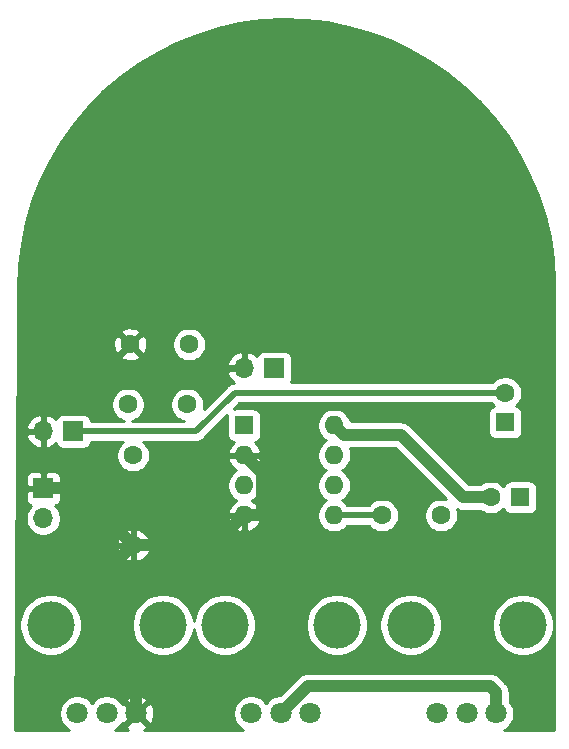
<source format=gbr>
G04 #@! TF.GenerationSoftware,KiCad,Pcbnew,5.1.5-52549c5~84~ubuntu18.04.1*
G04 #@! TF.CreationDate,2020-03-24T23:28:12-05:00*
G04 #@! TF.ProjectId,pass-01,70617373-2d30-4312-9e6b-696361645f70,rev?*
G04 #@! TF.SameCoordinates,Original*
G04 #@! TF.FileFunction,Copper,L1,Top*
G04 #@! TF.FilePolarity,Positive*
%FSLAX46Y46*%
G04 Gerber Fmt 4.6, Leading zero omitted, Abs format (unit mm)*
G04 Created by KiCad (PCBNEW 5.1.5-52549c5~84~ubuntu18.04.1) date 2020-03-24 23:28:12*
%MOMM*%
%LPD*%
G04 APERTURE LIST*
%ADD10R,1.700000X1.700000*%
%ADD11O,1.700000X1.700000*%
%ADD12C,1.600000*%
%ADD13R,1.600000X1.600000*%
%ADD14O,1.600000X1.600000*%
%ADD15C,1.800000*%
%ADD16C,4.000000*%
%ADD17C,1.000000*%
%ADD18C,0.500000*%
%ADD19C,0.254000*%
G04 APERTURE END LIST*
D10*
X154686000Y-85598000D03*
D11*
X152146000Y-85598000D03*
D12*
X147494000Y-83566000D03*
X142494000Y-83566000D03*
X147320000Y-88646000D03*
X142320000Y-88646000D03*
X163830000Y-98044000D03*
X168830000Y-98044000D03*
D10*
X135128000Y-95758000D03*
D11*
X135128000Y-98298000D03*
X135128000Y-90932000D03*
D10*
X137668000Y-90932000D03*
D13*
X152146000Y-90424000D03*
D14*
X159766000Y-98044000D03*
X152146000Y-92964000D03*
X159766000Y-95504000D03*
X152146000Y-95504000D03*
X159766000Y-92964000D03*
X152146000Y-98044000D03*
X159766000Y-90424000D03*
D15*
X168482000Y-114808000D03*
X170982000Y-114808000D03*
X173482000Y-114808000D03*
D16*
X166232000Y-107308000D03*
X175732000Y-107308000D03*
D13*
X174244000Y-90170000D03*
D12*
X174244000Y-87670000D03*
X173014000Y-96520000D03*
D13*
X175514000Y-96520000D03*
D15*
X152734000Y-114808000D03*
X155234000Y-114808000D03*
X157734000Y-114808000D03*
D16*
X150484000Y-107308000D03*
X159984000Y-107308000D03*
X145252000Y-107308000D03*
X135752000Y-107308000D03*
D15*
X143002000Y-114808000D03*
X140502000Y-114808000D03*
X138002000Y-114808000D03*
D12*
X142748000Y-92964000D03*
D14*
X142748000Y-100584000D03*
D17*
X143002000Y-114808000D02*
X143002000Y-110998000D01*
X143002000Y-110998000D02*
X139954000Y-107950000D01*
X139954000Y-103378000D02*
X142748000Y-100584000D01*
X139954000Y-107950000D02*
X139954000Y-103378000D01*
X137922000Y-95758000D02*
X142748000Y-100584000D01*
X135128000Y-95758000D02*
X137922000Y-95758000D01*
X149606000Y-100584000D02*
X152146000Y-98044000D01*
X142748000Y-100584000D02*
X149606000Y-100584000D01*
X152945999Y-93763999D02*
X152146000Y-92964000D01*
X153646001Y-97675369D02*
X153646001Y-94464001D01*
X153277370Y-98044000D02*
X153646001Y-97675369D01*
X153646001Y-94464001D02*
X152945999Y-93763999D01*
X152146000Y-98044000D02*
X153277370Y-98044000D01*
D18*
X144526000Y-85598000D02*
X142494000Y-83566000D01*
X152146000Y-85598000D02*
X144526000Y-85598000D01*
X159766000Y-98044000D02*
X163830000Y-98044000D01*
X148082000Y-90932000D02*
X137668000Y-90932000D01*
X174244000Y-87670000D02*
X151344000Y-87670000D01*
X151344000Y-87670000D02*
X148082000Y-90932000D01*
D17*
X170688000Y-96520000D02*
X173014000Y-96520000D01*
X160565999Y-91223999D02*
X165391999Y-91223999D01*
X165391999Y-91223999D02*
X170688000Y-96520000D01*
X159766000Y-90424000D02*
X160565999Y-91223999D01*
X173482000Y-114808000D02*
X173482000Y-113030000D01*
X173482000Y-113030000D02*
X172974000Y-112522000D01*
X157520000Y-112522000D02*
X155234000Y-114808000D01*
X172974000Y-112522000D02*
X157520000Y-112522000D01*
D19*
G36*
X157285984Y-56087869D02*
G01*
X159136747Y-56293830D01*
X160964411Y-56650747D01*
X162756662Y-57156214D01*
X164501485Y-57806842D01*
X166187133Y-58598252D01*
X167802260Y-59525117D01*
X169336017Y-60581211D01*
X170778065Y-61759414D01*
X172118733Y-63051823D01*
X173348999Y-64449742D01*
X174460582Y-65943765D01*
X175446010Y-67523846D01*
X176298651Y-69179349D01*
X177012779Y-70899163D01*
X177583585Y-72671701D01*
X178007233Y-74485049D01*
X178280873Y-76327010D01*
X178403288Y-78194699D01*
X178410001Y-78744135D01*
X178410000Y-116180000D01*
X174180846Y-116180000D01*
X174209095Y-116168299D01*
X174460505Y-116000312D01*
X174674312Y-115786505D01*
X174842299Y-115535095D01*
X174958011Y-115255743D01*
X175017000Y-114959184D01*
X175017000Y-114656816D01*
X174958011Y-114360257D01*
X174842299Y-114080905D01*
X174674312Y-113829495D01*
X174617000Y-113772183D01*
X174617000Y-113085741D01*
X174622490Y-113029999D01*
X174617000Y-112974257D01*
X174617000Y-112974248D01*
X174600577Y-112807501D01*
X174535676Y-112593553D01*
X174430284Y-112396377D01*
X174288449Y-112223551D01*
X174245135Y-112188004D01*
X173815996Y-111758865D01*
X173780449Y-111715551D01*
X173607623Y-111573716D01*
X173410447Y-111468324D01*
X173196499Y-111403423D01*
X173029752Y-111387000D01*
X173029751Y-111387000D01*
X172974000Y-111381509D01*
X172918249Y-111387000D01*
X157575743Y-111387000D01*
X157519999Y-111381510D01*
X157464255Y-111387000D01*
X157464248Y-111387000D01*
X157318493Y-111401356D01*
X157297500Y-111403423D01*
X157247705Y-111418529D01*
X157083553Y-111468324D01*
X156886377Y-111573716D01*
X156713551Y-111715551D01*
X156678009Y-111758859D01*
X155163869Y-113273000D01*
X155082816Y-113273000D01*
X154786257Y-113331989D01*
X154506905Y-113447701D01*
X154255495Y-113615688D01*
X154041688Y-113829495D01*
X153984000Y-113915831D01*
X153926312Y-113829495D01*
X153712505Y-113615688D01*
X153461095Y-113447701D01*
X153181743Y-113331989D01*
X152885184Y-113273000D01*
X152582816Y-113273000D01*
X152286257Y-113331989D01*
X152006905Y-113447701D01*
X151755495Y-113615688D01*
X151541688Y-113829495D01*
X151373701Y-114080905D01*
X151257989Y-114360257D01*
X151199000Y-114656816D01*
X151199000Y-114959184D01*
X151257989Y-115255743D01*
X151373701Y-115535095D01*
X151541688Y-115786505D01*
X151755495Y-116000312D01*
X152006905Y-116168299D01*
X152035154Y-116180000D01*
X143702256Y-116180000D01*
X143802792Y-116126261D01*
X143886475Y-115872080D01*
X143002000Y-114987605D01*
X142117525Y-115872080D01*
X142201208Y-116126261D01*
X142313109Y-116180000D01*
X141200846Y-116180000D01*
X141229095Y-116168299D01*
X141480505Y-116000312D01*
X141694312Y-115786505D01*
X141789738Y-115643690D01*
X141937920Y-115692475D01*
X142822395Y-114808000D01*
X143181605Y-114808000D01*
X144066080Y-115692475D01*
X144320261Y-115608792D01*
X144451158Y-115336225D01*
X144526365Y-115043358D01*
X144542991Y-114741447D01*
X144500397Y-114442093D01*
X144400222Y-114156801D01*
X144320261Y-114007208D01*
X144066080Y-113923525D01*
X143181605Y-114808000D01*
X142822395Y-114808000D01*
X141937920Y-113923525D01*
X141789738Y-113972310D01*
X141694312Y-113829495D01*
X141608737Y-113743920D01*
X142117525Y-113743920D01*
X143002000Y-114628395D01*
X143886475Y-113743920D01*
X143802792Y-113489739D01*
X143530225Y-113358842D01*
X143237358Y-113283635D01*
X142935447Y-113267009D01*
X142636093Y-113309603D01*
X142350801Y-113409778D01*
X142201208Y-113489739D01*
X142117525Y-113743920D01*
X141608737Y-113743920D01*
X141480505Y-113615688D01*
X141229095Y-113447701D01*
X140949743Y-113331989D01*
X140653184Y-113273000D01*
X140350816Y-113273000D01*
X140054257Y-113331989D01*
X139774905Y-113447701D01*
X139523495Y-113615688D01*
X139309688Y-113829495D01*
X139252000Y-113915831D01*
X139194312Y-113829495D01*
X138980505Y-113615688D01*
X138729095Y-113447701D01*
X138449743Y-113331989D01*
X138153184Y-113273000D01*
X137850816Y-113273000D01*
X137554257Y-113331989D01*
X137274905Y-113447701D01*
X137023495Y-113615688D01*
X136809688Y-113829495D01*
X136641701Y-114080905D01*
X136525989Y-114360257D01*
X136467000Y-114656816D01*
X136467000Y-114959184D01*
X136525989Y-115255743D01*
X136641701Y-115535095D01*
X136809688Y-115786505D01*
X137023495Y-116000312D01*
X137274905Y-116168299D01*
X137303154Y-116180000D01*
X132744414Y-116180000D01*
X132805290Y-107048475D01*
X133117000Y-107048475D01*
X133117000Y-107567525D01*
X133218261Y-108076601D01*
X133416893Y-108556141D01*
X133705262Y-108987715D01*
X134072285Y-109354738D01*
X134503859Y-109643107D01*
X134983399Y-109841739D01*
X135492475Y-109943000D01*
X136011525Y-109943000D01*
X136520601Y-109841739D01*
X137000141Y-109643107D01*
X137431715Y-109354738D01*
X137798738Y-108987715D01*
X138087107Y-108556141D01*
X138285739Y-108076601D01*
X138387000Y-107567525D01*
X138387000Y-107048475D01*
X142617000Y-107048475D01*
X142617000Y-107567525D01*
X142718261Y-108076601D01*
X142916893Y-108556141D01*
X143205262Y-108987715D01*
X143572285Y-109354738D01*
X144003859Y-109643107D01*
X144483399Y-109841739D01*
X144992475Y-109943000D01*
X145511525Y-109943000D01*
X146020601Y-109841739D01*
X146500141Y-109643107D01*
X146931715Y-109354738D01*
X147298738Y-108987715D01*
X147587107Y-108556141D01*
X147785739Y-108076601D01*
X147868000Y-107663045D01*
X147950261Y-108076601D01*
X148148893Y-108556141D01*
X148437262Y-108987715D01*
X148804285Y-109354738D01*
X149235859Y-109643107D01*
X149715399Y-109841739D01*
X150224475Y-109943000D01*
X150743525Y-109943000D01*
X151252601Y-109841739D01*
X151732141Y-109643107D01*
X152163715Y-109354738D01*
X152530738Y-108987715D01*
X152819107Y-108556141D01*
X153017739Y-108076601D01*
X153119000Y-107567525D01*
X153119000Y-107048475D01*
X157349000Y-107048475D01*
X157349000Y-107567525D01*
X157450261Y-108076601D01*
X157648893Y-108556141D01*
X157937262Y-108987715D01*
X158304285Y-109354738D01*
X158735859Y-109643107D01*
X159215399Y-109841739D01*
X159724475Y-109943000D01*
X160243525Y-109943000D01*
X160752601Y-109841739D01*
X161232141Y-109643107D01*
X161663715Y-109354738D01*
X162030738Y-108987715D01*
X162319107Y-108556141D01*
X162517739Y-108076601D01*
X162619000Y-107567525D01*
X162619000Y-107048475D01*
X163597000Y-107048475D01*
X163597000Y-107567525D01*
X163698261Y-108076601D01*
X163896893Y-108556141D01*
X164185262Y-108987715D01*
X164552285Y-109354738D01*
X164983859Y-109643107D01*
X165463399Y-109841739D01*
X165972475Y-109943000D01*
X166491525Y-109943000D01*
X167000601Y-109841739D01*
X167480141Y-109643107D01*
X167911715Y-109354738D01*
X168278738Y-108987715D01*
X168567107Y-108556141D01*
X168765739Y-108076601D01*
X168867000Y-107567525D01*
X168867000Y-107048475D01*
X173097000Y-107048475D01*
X173097000Y-107567525D01*
X173198261Y-108076601D01*
X173396893Y-108556141D01*
X173685262Y-108987715D01*
X174052285Y-109354738D01*
X174483859Y-109643107D01*
X174963399Y-109841739D01*
X175472475Y-109943000D01*
X175991525Y-109943000D01*
X176500601Y-109841739D01*
X176980141Y-109643107D01*
X177411715Y-109354738D01*
X177778738Y-108987715D01*
X178067107Y-108556141D01*
X178265739Y-108076601D01*
X178367000Y-107567525D01*
X178367000Y-107048475D01*
X178265739Y-106539399D01*
X178067107Y-106059859D01*
X177778738Y-105628285D01*
X177411715Y-105261262D01*
X176980141Y-104972893D01*
X176500601Y-104774261D01*
X175991525Y-104673000D01*
X175472475Y-104673000D01*
X174963399Y-104774261D01*
X174483859Y-104972893D01*
X174052285Y-105261262D01*
X173685262Y-105628285D01*
X173396893Y-106059859D01*
X173198261Y-106539399D01*
X173097000Y-107048475D01*
X168867000Y-107048475D01*
X168765739Y-106539399D01*
X168567107Y-106059859D01*
X168278738Y-105628285D01*
X167911715Y-105261262D01*
X167480141Y-104972893D01*
X167000601Y-104774261D01*
X166491525Y-104673000D01*
X165972475Y-104673000D01*
X165463399Y-104774261D01*
X164983859Y-104972893D01*
X164552285Y-105261262D01*
X164185262Y-105628285D01*
X163896893Y-106059859D01*
X163698261Y-106539399D01*
X163597000Y-107048475D01*
X162619000Y-107048475D01*
X162517739Y-106539399D01*
X162319107Y-106059859D01*
X162030738Y-105628285D01*
X161663715Y-105261262D01*
X161232141Y-104972893D01*
X160752601Y-104774261D01*
X160243525Y-104673000D01*
X159724475Y-104673000D01*
X159215399Y-104774261D01*
X158735859Y-104972893D01*
X158304285Y-105261262D01*
X157937262Y-105628285D01*
X157648893Y-106059859D01*
X157450261Y-106539399D01*
X157349000Y-107048475D01*
X153119000Y-107048475D01*
X153017739Y-106539399D01*
X152819107Y-106059859D01*
X152530738Y-105628285D01*
X152163715Y-105261262D01*
X151732141Y-104972893D01*
X151252601Y-104774261D01*
X150743525Y-104673000D01*
X150224475Y-104673000D01*
X149715399Y-104774261D01*
X149235859Y-104972893D01*
X148804285Y-105261262D01*
X148437262Y-105628285D01*
X148148893Y-106059859D01*
X147950261Y-106539399D01*
X147868000Y-106952955D01*
X147785739Y-106539399D01*
X147587107Y-106059859D01*
X147298738Y-105628285D01*
X146931715Y-105261262D01*
X146500141Y-104972893D01*
X146020601Y-104774261D01*
X145511525Y-104673000D01*
X144992475Y-104673000D01*
X144483399Y-104774261D01*
X144003859Y-104972893D01*
X143572285Y-105261262D01*
X143205262Y-105628285D01*
X142916893Y-106059859D01*
X142718261Y-106539399D01*
X142617000Y-107048475D01*
X138387000Y-107048475D01*
X138285739Y-106539399D01*
X138087107Y-106059859D01*
X137798738Y-105628285D01*
X137431715Y-105261262D01*
X137000141Y-104972893D01*
X136520601Y-104774261D01*
X136011525Y-104673000D01*
X135492475Y-104673000D01*
X134983399Y-104774261D01*
X134503859Y-104972893D01*
X134072285Y-105261262D01*
X133705262Y-105628285D01*
X133416893Y-106059859D01*
X133218261Y-106539399D01*
X133117000Y-107048475D01*
X132805290Y-107048475D01*
X132846059Y-100933040D01*
X141356091Y-100933040D01*
X141450930Y-101197881D01*
X141595615Y-101439131D01*
X141784586Y-101647519D01*
X142010580Y-101815037D01*
X142264913Y-101935246D01*
X142398961Y-101975904D01*
X142621000Y-101853915D01*
X142621000Y-100711000D01*
X142875000Y-100711000D01*
X142875000Y-101853915D01*
X143097039Y-101975904D01*
X143231087Y-101935246D01*
X143485420Y-101815037D01*
X143711414Y-101647519D01*
X143900385Y-101439131D01*
X144045070Y-101197881D01*
X144139909Y-100933040D01*
X144018624Y-100711000D01*
X142875000Y-100711000D01*
X142621000Y-100711000D01*
X141477376Y-100711000D01*
X141356091Y-100933040D01*
X132846059Y-100933040D01*
X132850712Y-100234960D01*
X141356091Y-100234960D01*
X141477376Y-100457000D01*
X142621000Y-100457000D01*
X142621000Y-99314085D01*
X142875000Y-99314085D01*
X142875000Y-100457000D01*
X144018624Y-100457000D01*
X144139909Y-100234960D01*
X144045070Y-99970119D01*
X143900385Y-99728869D01*
X143711414Y-99520481D01*
X143485420Y-99352963D01*
X143231087Y-99232754D01*
X143097039Y-99192096D01*
X142875000Y-99314085D01*
X142621000Y-99314085D01*
X142398961Y-99192096D01*
X142264913Y-99232754D01*
X142010580Y-99352963D01*
X141784586Y-99520481D01*
X141595615Y-99728869D01*
X141450930Y-99970119D01*
X141356091Y-100234960D01*
X132850712Y-100234960D01*
X132874893Y-96608000D01*
X133639928Y-96608000D01*
X133652188Y-96732482D01*
X133688498Y-96852180D01*
X133747463Y-96962494D01*
X133826815Y-97059185D01*
X133923506Y-97138537D01*
X134033820Y-97197502D01*
X134106380Y-97219513D01*
X133974525Y-97351368D01*
X133812010Y-97594589D01*
X133700068Y-97864842D01*
X133643000Y-98151740D01*
X133643000Y-98444260D01*
X133700068Y-98731158D01*
X133812010Y-99001411D01*
X133974525Y-99244632D01*
X134181368Y-99451475D01*
X134424589Y-99613990D01*
X134694842Y-99725932D01*
X134981740Y-99783000D01*
X135274260Y-99783000D01*
X135561158Y-99725932D01*
X135831411Y-99613990D01*
X136074632Y-99451475D01*
X136281475Y-99244632D01*
X136443990Y-99001411D01*
X136555932Y-98731158D01*
X136613000Y-98444260D01*
X136613000Y-98393039D01*
X150754096Y-98393039D01*
X150794754Y-98527087D01*
X150914963Y-98781420D01*
X151082481Y-99007414D01*
X151290869Y-99196385D01*
X151532119Y-99341070D01*
X151796960Y-99435909D01*
X152019000Y-99314624D01*
X152019000Y-98171000D01*
X152273000Y-98171000D01*
X152273000Y-99314624D01*
X152495040Y-99435909D01*
X152759881Y-99341070D01*
X153001131Y-99196385D01*
X153209519Y-99007414D01*
X153377037Y-98781420D01*
X153497246Y-98527087D01*
X153537904Y-98393039D01*
X153415915Y-98171000D01*
X152273000Y-98171000D01*
X152019000Y-98171000D01*
X150876085Y-98171000D01*
X150754096Y-98393039D01*
X136613000Y-98393039D01*
X136613000Y-98151740D01*
X136555932Y-97864842D01*
X136443990Y-97594589D01*
X136281475Y-97351368D01*
X136149620Y-97219513D01*
X136222180Y-97197502D01*
X136332494Y-97138537D01*
X136429185Y-97059185D01*
X136508537Y-96962494D01*
X136567502Y-96852180D01*
X136603812Y-96732482D01*
X136616072Y-96608000D01*
X136613000Y-96043750D01*
X136454250Y-95885000D01*
X135255000Y-95885000D01*
X135255000Y-95905000D01*
X135001000Y-95905000D01*
X135001000Y-95885000D01*
X133801750Y-95885000D01*
X133643000Y-96043750D01*
X133639928Y-96608000D01*
X132874893Y-96608000D01*
X132886226Y-94908000D01*
X133639928Y-94908000D01*
X133643000Y-95472250D01*
X133801750Y-95631000D01*
X135001000Y-95631000D01*
X135001000Y-94431750D01*
X135255000Y-94431750D01*
X135255000Y-95631000D01*
X136454250Y-95631000D01*
X136613000Y-95472250D01*
X136613596Y-95362665D01*
X150711000Y-95362665D01*
X150711000Y-95645335D01*
X150766147Y-95922574D01*
X150874320Y-96183727D01*
X151031363Y-96418759D01*
X151231241Y-96618637D01*
X151466273Y-96775680D01*
X151476865Y-96780067D01*
X151290869Y-96891615D01*
X151082481Y-97080586D01*
X150914963Y-97306580D01*
X150794754Y-97560913D01*
X150754096Y-97694961D01*
X150876085Y-97917000D01*
X152019000Y-97917000D01*
X152019000Y-97897000D01*
X152273000Y-97897000D01*
X152273000Y-97917000D01*
X153415915Y-97917000D01*
X153537904Y-97694961D01*
X153497246Y-97560913D01*
X153377037Y-97306580D01*
X153209519Y-97080586D01*
X153001131Y-96891615D01*
X152815135Y-96780067D01*
X152825727Y-96775680D01*
X153060759Y-96618637D01*
X153260637Y-96418759D01*
X153417680Y-96183727D01*
X153525853Y-95922574D01*
X153581000Y-95645335D01*
X153581000Y-95362665D01*
X153525853Y-95085426D01*
X153417680Y-94824273D01*
X153260637Y-94589241D01*
X153060759Y-94389363D01*
X152825727Y-94232320D01*
X152815135Y-94227933D01*
X153001131Y-94116385D01*
X153209519Y-93927414D01*
X153377037Y-93701420D01*
X153497246Y-93447087D01*
X153537904Y-93313039D01*
X153415915Y-93091000D01*
X152273000Y-93091000D01*
X152273000Y-93111000D01*
X152019000Y-93111000D01*
X152019000Y-93091000D01*
X150876085Y-93091000D01*
X150754096Y-93313039D01*
X150794754Y-93447087D01*
X150914963Y-93701420D01*
X151082481Y-93927414D01*
X151290869Y-94116385D01*
X151476865Y-94227933D01*
X151466273Y-94232320D01*
X151231241Y-94389363D01*
X151031363Y-94589241D01*
X150874320Y-94824273D01*
X150766147Y-95085426D01*
X150711000Y-95362665D01*
X136613596Y-95362665D01*
X136616072Y-94908000D01*
X136603812Y-94783518D01*
X136567502Y-94663820D01*
X136508537Y-94553506D01*
X136429185Y-94456815D01*
X136332494Y-94377463D01*
X136222180Y-94318498D01*
X136102482Y-94282188D01*
X135978000Y-94269928D01*
X135413750Y-94273000D01*
X135255000Y-94431750D01*
X135001000Y-94431750D01*
X134842250Y-94273000D01*
X134278000Y-94269928D01*
X134153518Y-94282188D01*
X134033820Y-94318498D01*
X133923506Y-94377463D01*
X133826815Y-94456815D01*
X133747463Y-94553506D01*
X133688498Y-94663820D01*
X133652188Y-94783518D01*
X133639928Y-94908000D01*
X132886226Y-94908000D01*
X132910353Y-91288891D01*
X133686519Y-91288891D01*
X133783843Y-91563252D01*
X133932822Y-91813355D01*
X134127731Y-92029588D01*
X134361080Y-92203641D01*
X134623901Y-92328825D01*
X134771110Y-92373476D01*
X135001000Y-92252155D01*
X135001000Y-91059000D01*
X133807186Y-91059000D01*
X133686519Y-91288891D01*
X132910353Y-91288891D01*
X132915111Y-90575109D01*
X133686519Y-90575109D01*
X133807186Y-90805000D01*
X135001000Y-90805000D01*
X135001000Y-89611845D01*
X135255000Y-89611845D01*
X135255000Y-90805000D01*
X135275000Y-90805000D01*
X135275000Y-91059000D01*
X135255000Y-91059000D01*
X135255000Y-92252155D01*
X135484890Y-92373476D01*
X135632099Y-92328825D01*
X135894920Y-92203641D01*
X136128269Y-92029588D01*
X136204034Y-91945534D01*
X136228498Y-92026180D01*
X136287463Y-92136494D01*
X136366815Y-92233185D01*
X136463506Y-92312537D01*
X136573820Y-92371502D01*
X136693518Y-92407812D01*
X136818000Y-92420072D01*
X138518000Y-92420072D01*
X138642482Y-92407812D01*
X138762180Y-92371502D01*
X138872494Y-92312537D01*
X138969185Y-92233185D01*
X139048537Y-92136494D01*
X139107502Y-92026180D01*
X139143812Y-91906482D01*
X139152625Y-91817000D01*
X141881676Y-91817000D01*
X141833241Y-91849363D01*
X141633363Y-92049241D01*
X141476320Y-92284273D01*
X141368147Y-92545426D01*
X141313000Y-92822665D01*
X141313000Y-93105335D01*
X141368147Y-93382574D01*
X141476320Y-93643727D01*
X141633363Y-93878759D01*
X141833241Y-94078637D01*
X142068273Y-94235680D01*
X142329426Y-94343853D01*
X142606665Y-94399000D01*
X142889335Y-94399000D01*
X143166574Y-94343853D01*
X143427727Y-94235680D01*
X143662759Y-94078637D01*
X143862637Y-93878759D01*
X144019680Y-93643727D01*
X144127853Y-93382574D01*
X144183000Y-93105335D01*
X144183000Y-92822665D01*
X144127853Y-92545426D01*
X144019680Y-92284273D01*
X143862637Y-92049241D01*
X143662759Y-91849363D01*
X143614324Y-91817000D01*
X148038531Y-91817000D01*
X148082000Y-91821281D01*
X148125469Y-91817000D01*
X148125477Y-91817000D01*
X148255490Y-91804195D01*
X148422313Y-91753589D01*
X148576059Y-91671411D01*
X148710817Y-91560817D01*
X148738534Y-91527044D01*
X150715177Y-89550402D01*
X150707928Y-89624000D01*
X150707928Y-91224000D01*
X150720188Y-91348482D01*
X150756498Y-91468180D01*
X150815463Y-91578494D01*
X150894815Y-91675185D01*
X150991506Y-91754537D01*
X151101820Y-91813502D01*
X151221518Y-91849812D01*
X151246080Y-91852231D01*
X151082481Y-92000586D01*
X150914963Y-92226580D01*
X150794754Y-92480913D01*
X150754096Y-92614961D01*
X150876085Y-92837000D01*
X152019000Y-92837000D01*
X152019000Y-92817000D01*
X152273000Y-92817000D01*
X152273000Y-92837000D01*
X153415915Y-92837000D01*
X153537904Y-92614961D01*
X153497246Y-92480913D01*
X153377037Y-92226580D01*
X153209519Y-92000586D01*
X153045920Y-91852231D01*
X153070482Y-91849812D01*
X153190180Y-91813502D01*
X153300494Y-91754537D01*
X153397185Y-91675185D01*
X153476537Y-91578494D01*
X153535502Y-91468180D01*
X153571812Y-91348482D01*
X153584072Y-91224000D01*
X153584072Y-90282665D01*
X158331000Y-90282665D01*
X158331000Y-90565335D01*
X158386147Y-90842574D01*
X158494320Y-91103727D01*
X158651363Y-91338759D01*
X158851241Y-91538637D01*
X159083759Y-91694000D01*
X158851241Y-91849363D01*
X158651363Y-92049241D01*
X158494320Y-92284273D01*
X158386147Y-92545426D01*
X158331000Y-92822665D01*
X158331000Y-93105335D01*
X158386147Y-93382574D01*
X158494320Y-93643727D01*
X158651363Y-93878759D01*
X158851241Y-94078637D01*
X159083759Y-94234000D01*
X158851241Y-94389363D01*
X158651363Y-94589241D01*
X158494320Y-94824273D01*
X158386147Y-95085426D01*
X158331000Y-95362665D01*
X158331000Y-95645335D01*
X158386147Y-95922574D01*
X158494320Y-96183727D01*
X158651363Y-96418759D01*
X158851241Y-96618637D01*
X159083759Y-96774000D01*
X158851241Y-96929363D01*
X158651363Y-97129241D01*
X158494320Y-97364273D01*
X158386147Y-97625426D01*
X158331000Y-97902665D01*
X158331000Y-98185335D01*
X158386147Y-98462574D01*
X158494320Y-98723727D01*
X158651363Y-98958759D01*
X158851241Y-99158637D01*
X159086273Y-99315680D01*
X159347426Y-99423853D01*
X159624665Y-99479000D01*
X159907335Y-99479000D01*
X160184574Y-99423853D01*
X160445727Y-99315680D01*
X160680759Y-99158637D01*
X160880637Y-98958759D01*
X160900521Y-98929000D01*
X162695479Y-98929000D01*
X162715363Y-98958759D01*
X162915241Y-99158637D01*
X163150273Y-99315680D01*
X163411426Y-99423853D01*
X163688665Y-99479000D01*
X163971335Y-99479000D01*
X164248574Y-99423853D01*
X164509727Y-99315680D01*
X164744759Y-99158637D01*
X164944637Y-98958759D01*
X165101680Y-98723727D01*
X165209853Y-98462574D01*
X165265000Y-98185335D01*
X165265000Y-97902665D01*
X165209853Y-97625426D01*
X165101680Y-97364273D01*
X164944637Y-97129241D01*
X164744759Y-96929363D01*
X164509727Y-96772320D01*
X164248574Y-96664147D01*
X163971335Y-96609000D01*
X163688665Y-96609000D01*
X163411426Y-96664147D01*
X163150273Y-96772320D01*
X162915241Y-96929363D01*
X162715363Y-97129241D01*
X162695479Y-97159000D01*
X160900521Y-97159000D01*
X160880637Y-97129241D01*
X160680759Y-96929363D01*
X160448241Y-96774000D01*
X160680759Y-96618637D01*
X160880637Y-96418759D01*
X161037680Y-96183727D01*
X161145853Y-95922574D01*
X161201000Y-95645335D01*
X161201000Y-95362665D01*
X161145853Y-95085426D01*
X161037680Y-94824273D01*
X160880637Y-94589241D01*
X160680759Y-94389363D01*
X160448241Y-94234000D01*
X160680759Y-94078637D01*
X160880637Y-93878759D01*
X161037680Y-93643727D01*
X161145853Y-93382574D01*
X161201000Y-93105335D01*
X161201000Y-92822665D01*
X161145853Y-92545426D01*
X161068632Y-92358999D01*
X164921868Y-92358999D01*
X169221662Y-96658794D01*
X168971335Y-96609000D01*
X168688665Y-96609000D01*
X168411426Y-96664147D01*
X168150273Y-96772320D01*
X167915241Y-96929363D01*
X167715363Y-97129241D01*
X167558320Y-97364273D01*
X167450147Y-97625426D01*
X167395000Y-97902665D01*
X167395000Y-98185335D01*
X167450147Y-98462574D01*
X167558320Y-98723727D01*
X167715363Y-98958759D01*
X167915241Y-99158637D01*
X168150273Y-99315680D01*
X168411426Y-99423853D01*
X168688665Y-99479000D01*
X168971335Y-99479000D01*
X169248574Y-99423853D01*
X169509727Y-99315680D01*
X169744759Y-99158637D01*
X169944637Y-98958759D01*
X170101680Y-98723727D01*
X170209853Y-98462574D01*
X170265000Y-98185335D01*
X170265000Y-97902665D01*
X170209853Y-97625426D01*
X170170464Y-97530334D01*
X170251553Y-97573676D01*
X170465501Y-97638577D01*
X170632248Y-97655000D01*
X170632257Y-97655000D01*
X170687999Y-97660490D01*
X170743741Y-97655000D01*
X172129716Y-97655000D01*
X172334273Y-97791680D01*
X172595426Y-97899853D01*
X172872665Y-97955000D01*
X173155335Y-97955000D01*
X173432574Y-97899853D01*
X173693727Y-97791680D01*
X173928759Y-97634637D01*
X174095339Y-97468057D01*
X174124498Y-97564180D01*
X174183463Y-97674494D01*
X174262815Y-97771185D01*
X174359506Y-97850537D01*
X174469820Y-97909502D01*
X174589518Y-97945812D01*
X174714000Y-97958072D01*
X176314000Y-97958072D01*
X176438482Y-97945812D01*
X176558180Y-97909502D01*
X176668494Y-97850537D01*
X176765185Y-97771185D01*
X176844537Y-97674494D01*
X176903502Y-97564180D01*
X176939812Y-97444482D01*
X176952072Y-97320000D01*
X176952072Y-95720000D01*
X176939812Y-95595518D01*
X176903502Y-95475820D01*
X176844537Y-95365506D01*
X176765185Y-95268815D01*
X176668494Y-95189463D01*
X176558180Y-95130498D01*
X176438482Y-95094188D01*
X176314000Y-95081928D01*
X174714000Y-95081928D01*
X174589518Y-95094188D01*
X174469820Y-95130498D01*
X174359506Y-95189463D01*
X174262815Y-95268815D01*
X174183463Y-95365506D01*
X174124498Y-95475820D01*
X174095339Y-95571943D01*
X173928759Y-95405363D01*
X173693727Y-95248320D01*
X173432574Y-95140147D01*
X173155335Y-95085000D01*
X172872665Y-95085000D01*
X172595426Y-95140147D01*
X172334273Y-95248320D01*
X172129716Y-95385000D01*
X171158132Y-95385000D01*
X166233995Y-90460864D01*
X166198448Y-90417550D01*
X166025622Y-90275715D01*
X165828446Y-90170323D01*
X165614498Y-90105422D01*
X165447751Y-90088999D01*
X165447750Y-90088999D01*
X165391999Y-90083508D01*
X165336248Y-90088999D01*
X161162477Y-90088999D01*
X161145853Y-90005426D01*
X161037680Y-89744273D01*
X160880637Y-89509241D01*
X160680759Y-89309363D01*
X160445727Y-89152320D01*
X160184574Y-89044147D01*
X159907335Y-88989000D01*
X159624665Y-88989000D01*
X159347426Y-89044147D01*
X159086273Y-89152320D01*
X158851241Y-89309363D01*
X158651363Y-89509241D01*
X158494320Y-89744273D01*
X158386147Y-90005426D01*
X158331000Y-90282665D01*
X153584072Y-90282665D01*
X153584072Y-89624000D01*
X153571812Y-89499518D01*
X153535502Y-89379820D01*
X153476537Y-89269506D01*
X153397185Y-89172815D01*
X153300494Y-89093463D01*
X153190180Y-89034498D01*
X153070482Y-88998188D01*
X152946000Y-88985928D01*
X151346000Y-88985928D01*
X151272402Y-88993177D01*
X151710579Y-88555000D01*
X173109479Y-88555000D01*
X173129363Y-88584759D01*
X173295943Y-88751339D01*
X173199820Y-88780498D01*
X173089506Y-88839463D01*
X172992815Y-88918815D01*
X172913463Y-89015506D01*
X172854498Y-89125820D01*
X172818188Y-89245518D01*
X172805928Y-89370000D01*
X172805928Y-90970000D01*
X172818188Y-91094482D01*
X172854498Y-91214180D01*
X172913463Y-91324494D01*
X172992815Y-91421185D01*
X173089506Y-91500537D01*
X173199820Y-91559502D01*
X173319518Y-91595812D01*
X173444000Y-91608072D01*
X175044000Y-91608072D01*
X175168482Y-91595812D01*
X175288180Y-91559502D01*
X175398494Y-91500537D01*
X175495185Y-91421185D01*
X175574537Y-91324494D01*
X175633502Y-91214180D01*
X175669812Y-91094482D01*
X175682072Y-90970000D01*
X175682072Y-89370000D01*
X175669812Y-89245518D01*
X175633502Y-89125820D01*
X175574537Y-89015506D01*
X175495185Y-88918815D01*
X175398494Y-88839463D01*
X175288180Y-88780498D01*
X175192057Y-88751339D01*
X175358637Y-88584759D01*
X175515680Y-88349727D01*
X175623853Y-88088574D01*
X175679000Y-87811335D01*
X175679000Y-87528665D01*
X175623853Y-87251426D01*
X175515680Y-86990273D01*
X175358637Y-86755241D01*
X175158759Y-86555363D01*
X174923727Y-86398320D01*
X174662574Y-86290147D01*
X174385335Y-86235000D01*
X174102665Y-86235000D01*
X173825426Y-86290147D01*
X173564273Y-86398320D01*
X173329241Y-86555363D01*
X173129363Y-86755241D01*
X173109479Y-86785000D01*
X156075888Y-86785000D01*
X156125502Y-86692180D01*
X156161812Y-86572482D01*
X156174072Y-86448000D01*
X156174072Y-84748000D01*
X156161812Y-84623518D01*
X156125502Y-84503820D01*
X156066537Y-84393506D01*
X155987185Y-84296815D01*
X155890494Y-84217463D01*
X155780180Y-84158498D01*
X155660482Y-84122188D01*
X155536000Y-84109928D01*
X153836000Y-84109928D01*
X153711518Y-84122188D01*
X153591820Y-84158498D01*
X153481506Y-84217463D01*
X153384815Y-84296815D01*
X153305463Y-84393506D01*
X153246498Y-84503820D01*
X153222034Y-84584466D01*
X153146269Y-84500412D01*
X152912920Y-84326359D01*
X152650099Y-84201175D01*
X152502890Y-84156524D01*
X152273000Y-84277845D01*
X152273000Y-85471000D01*
X152293000Y-85471000D01*
X152293000Y-85725000D01*
X152273000Y-85725000D01*
X152273000Y-85745000D01*
X152019000Y-85745000D01*
X152019000Y-85725000D01*
X150825186Y-85725000D01*
X150704519Y-85954891D01*
X150801843Y-86229252D01*
X150950822Y-86479355D01*
X151145731Y-86695588D01*
X151269677Y-86788038D01*
X151170510Y-86797805D01*
X151003686Y-86848411D01*
X150849941Y-86930589D01*
X150748953Y-87013468D01*
X150748951Y-87013470D01*
X150715183Y-87041183D01*
X150687470Y-87074951D01*
X148700351Y-89062071D01*
X148755000Y-88787335D01*
X148755000Y-88504665D01*
X148699853Y-88227426D01*
X148591680Y-87966273D01*
X148434637Y-87731241D01*
X148234759Y-87531363D01*
X147999727Y-87374320D01*
X147738574Y-87266147D01*
X147461335Y-87211000D01*
X147178665Y-87211000D01*
X146901426Y-87266147D01*
X146640273Y-87374320D01*
X146405241Y-87531363D01*
X146205363Y-87731241D01*
X146048320Y-87966273D01*
X145940147Y-88227426D01*
X145885000Y-88504665D01*
X145885000Y-88787335D01*
X145940147Y-89064574D01*
X146048320Y-89325727D01*
X146205363Y-89560759D01*
X146405241Y-89760637D01*
X146640273Y-89917680D01*
X146901426Y-90025853D01*
X147007738Y-90047000D01*
X142632262Y-90047000D01*
X142738574Y-90025853D01*
X142999727Y-89917680D01*
X143234759Y-89760637D01*
X143434637Y-89560759D01*
X143591680Y-89325727D01*
X143699853Y-89064574D01*
X143755000Y-88787335D01*
X143755000Y-88504665D01*
X143699853Y-88227426D01*
X143591680Y-87966273D01*
X143434637Y-87731241D01*
X143234759Y-87531363D01*
X142999727Y-87374320D01*
X142738574Y-87266147D01*
X142461335Y-87211000D01*
X142178665Y-87211000D01*
X141901426Y-87266147D01*
X141640273Y-87374320D01*
X141405241Y-87531363D01*
X141205363Y-87731241D01*
X141048320Y-87966273D01*
X140940147Y-88227426D01*
X140885000Y-88504665D01*
X140885000Y-88787335D01*
X140940147Y-89064574D01*
X141048320Y-89325727D01*
X141205363Y-89560759D01*
X141405241Y-89760637D01*
X141640273Y-89917680D01*
X141901426Y-90025853D01*
X142007738Y-90047000D01*
X139152625Y-90047000D01*
X139143812Y-89957518D01*
X139107502Y-89837820D01*
X139048537Y-89727506D01*
X138969185Y-89630815D01*
X138872494Y-89551463D01*
X138762180Y-89492498D01*
X138642482Y-89456188D01*
X138518000Y-89443928D01*
X136818000Y-89443928D01*
X136693518Y-89456188D01*
X136573820Y-89492498D01*
X136463506Y-89551463D01*
X136366815Y-89630815D01*
X136287463Y-89727506D01*
X136228498Y-89837820D01*
X136204034Y-89918466D01*
X136128269Y-89834412D01*
X135894920Y-89660359D01*
X135632099Y-89535175D01*
X135484890Y-89490524D01*
X135255000Y-89611845D01*
X135001000Y-89611845D01*
X134771110Y-89490524D01*
X134623901Y-89535175D01*
X134361080Y-89660359D01*
X134127731Y-89834412D01*
X133932822Y-90050645D01*
X133783843Y-90300748D01*
X133686519Y-90575109D01*
X132915111Y-90575109D01*
X132950670Y-85241109D01*
X150704519Y-85241109D01*
X150825186Y-85471000D01*
X152019000Y-85471000D01*
X152019000Y-84277845D01*
X151789110Y-84156524D01*
X151641901Y-84201175D01*
X151379080Y-84326359D01*
X151145731Y-84500412D01*
X150950822Y-84716645D01*
X150801843Y-84966748D01*
X150704519Y-85241109D01*
X132950670Y-85241109D01*
X132955220Y-84558702D01*
X141680903Y-84558702D01*
X141752486Y-84802671D01*
X142007996Y-84923571D01*
X142282184Y-84992300D01*
X142564512Y-85006217D01*
X142844130Y-84964787D01*
X143110292Y-84869603D01*
X143235514Y-84802671D01*
X143307097Y-84558702D01*
X142494000Y-83745605D01*
X141680903Y-84558702D01*
X132955220Y-84558702D01*
X132961369Y-83636512D01*
X141053783Y-83636512D01*
X141095213Y-83916130D01*
X141190397Y-84182292D01*
X141257329Y-84307514D01*
X141501298Y-84379097D01*
X142314395Y-83566000D01*
X142673605Y-83566000D01*
X143486702Y-84379097D01*
X143730671Y-84307514D01*
X143851571Y-84052004D01*
X143920300Y-83777816D01*
X143934217Y-83495488D01*
X143923724Y-83424665D01*
X146059000Y-83424665D01*
X146059000Y-83707335D01*
X146114147Y-83984574D01*
X146222320Y-84245727D01*
X146379363Y-84480759D01*
X146579241Y-84680637D01*
X146814273Y-84837680D01*
X147075426Y-84945853D01*
X147352665Y-85001000D01*
X147635335Y-85001000D01*
X147912574Y-84945853D01*
X148173727Y-84837680D01*
X148408759Y-84680637D01*
X148608637Y-84480759D01*
X148765680Y-84245727D01*
X148873853Y-83984574D01*
X148929000Y-83707335D01*
X148929000Y-83424665D01*
X148873853Y-83147426D01*
X148765680Y-82886273D01*
X148608637Y-82651241D01*
X148408759Y-82451363D01*
X148173727Y-82294320D01*
X147912574Y-82186147D01*
X147635335Y-82131000D01*
X147352665Y-82131000D01*
X147075426Y-82186147D01*
X146814273Y-82294320D01*
X146579241Y-82451363D01*
X146379363Y-82651241D01*
X146222320Y-82886273D01*
X146114147Y-83147426D01*
X146059000Y-83424665D01*
X143923724Y-83424665D01*
X143892787Y-83215870D01*
X143797603Y-82949708D01*
X143730671Y-82824486D01*
X143486702Y-82752903D01*
X142673605Y-83566000D01*
X142314395Y-83566000D01*
X141501298Y-82752903D01*
X141257329Y-82824486D01*
X141136429Y-83079996D01*
X141067700Y-83354184D01*
X141053783Y-83636512D01*
X132961369Y-83636512D01*
X132968457Y-82573298D01*
X141680903Y-82573298D01*
X142494000Y-83386395D01*
X143307097Y-82573298D01*
X143235514Y-82329329D01*
X142980004Y-82208429D01*
X142705816Y-82139700D01*
X142423488Y-82125783D01*
X142143870Y-82167213D01*
X141877708Y-82262397D01*
X141752486Y-82329329D01*
X141680903Y-82573298D01*
X132968457Y-82573298D01*
X132993909Y-78755752D01*
X133070912Y-76879385D01*
X133299467Y-75031287D01*
X133678686Y-73208121D01*
X134206012Y-71422175D01*
X134877912Y-69685421D01*
X135689854Y-68009575D01*
X136636384Y-66405888D01*
X137711129Y-64885160D01*
X138906868Y-63457608D01*
X140215564Y-62132823D01*
X141628406Y-60919731D01*
X143135893Y-59826486D01*
X144727895Y-58860436D01*
X146393694Y-58028084D01*
X148122094Y-57335023D01*
X149901479Y-56785912D01*
X151719878Y-56384447D01*
X153565049Y-56133331D01*
X155424586Y-56034250D01*
X157285984Y-56087869D01*
G37*
X157285984Y-56087869D02*
X159136747Y-56293830D01*
X160964411Y-56650747D01*
X162756662Y-57156214D01*
X164501485Y-57806842D01*
X166187133Y-58598252D01*
X167802260Y-59525117D01*
X169336017Y-60581211D01*
X170778065Y-61759414D01*
X172118733Y-63051823D01*
X173348999Y-64449742D01*
X174460582Y-65943765D01*
X175446010Y-67523846D01*
X176298651Y-69179349D01*
X177012779Y-70899163D01*
X177583585Y-72671701D01*
X178007233Y-74485049D01*
X178280873Y-76327010D01*
X178403288Y-78194699D01*
X178410001Y-78744135D01*
X178410000Y-116180000D01*
X174180846Y-116180000D01*
X174209095Y-116168299D01*
X174460505Y-116000312D01*
X174674312Y-115786505D01*
X174842299Y-115535095D01*
X174958011Y-115255743D01*
X175017000Y-114959184D01*
X175017000Y-114656816D01*
X174958011Y-114360257D01*
X174842299Y-114080905D01*
X174674312Y-113829495D01*
X174617000Y-113772183D01*
X174617000Y-113085741D01*
X174622490Y-113029999D01*
X174617000Y-112974257D01*
X174617000Y-112974248D01*
X174600577Y-112807501D01*
X174535676Y-112593553D01*
X174430284Y-112396377D01*
X174288449Y-112223551D01*
X174245135Y-112188004D01*
X173815996Y-111758865D01*
X173780449Y-111715551D01*
X173607623Y-111573716D01*
X173410447Y-111468324D01*
X173196499Y-111403423D01*
X173029752Y-111387000D01*
X173029751Y-111387000D01*
X172974000Y-111381509D01*
X172918249Y-111387000D01*
X157575743Y-111387000D01*
X157519999Y-111381510D01*
X157464255Y-111387000D01*
X157464248Y-111387000D01*
X157318493Y-111401356D01*
X157297500Y-111403423D01*
X157247705Y-111418529D01*
X157083553Y-111468324D01*
X156886377Y-111573716D01*
X156713551Y-111715551D01*
X156678009Y-111758859D01*
X155163869Y-113273000D01*
X155082816Y-113273000D01*
X154786257Y-113331989D01*
X154506905Y-113447701D01*
X154255495Y-113615688D01*
X154041688Y-113829495D01*
X153984000Y-113915831D01*
X153926312Y-113829495D01*
X153712505Y-113615688D01*
X153461095Y-113447701D01*
X153181743Y-113331989D01*
X152885184Y-113273000D01*
X152582816Y-113273000D01*
X152286257Y-113331989D01*
X152006905Y-113447701D01*
X151755495Y-113615688D01*
X151541688Y-113829495D01*
X151373701Y-114080905D01*
X151257989Y-114360257D01*
X151199000Y-114656816D01*
X151199000Y-114959184D01*
X151257989Y-115255743D01*
X151373701Y-115535095D01*
X151541688Y-115786505D01*
X151755495Y-116000312D01*
X152006905Y-116168299D01*
X152035154Y-116180000D01*
X143702256Y-116180000D01*
X143802792Y-116126261D01*
X143886475Y-115872080D01*
X143002000Y-114987605D01*
X142117525Y-115872080D01*
X142201208Y-116126261D01*
X142313109Y-116180000D01*
X141200846Y-116180000D01*
X141229095Y-116168299D01*
X141480505Y-116000312D01*
X141694312Y-115786505D01*
X141789738Y-115643690D01*
X141937920Y-115692475D01*
X142822395Y-114808000D01*
X143181605Y-114808000D01*
X144066080Y-115692475D01*
X144320261Y-115608792D01*
X144451158Y-115336225D01*
X144526365Y-115043358D01*
X144542991Y-114741447D01*
X144500397Y-114442093D01*
X144400222Y-114156801D01*
X144320261Y-114007208D01*
X144066080Y-113923525D01*
X143181605Y-114808000D01*
X142822395Y-114808000D01*
X141937920Y-113923525D01*
X141789738Y-113972310D01*
X141694312Y-113829495D01*
X141608737Y-113743920D01*
X142117525Y-113743920D01*
X143002000Y-114628395D01*
X143886475Y-113743920D01*
X143802792Y-113489739D01*
X143530225Y-113358842D01*
X143237358Y-113283635D01*
X142935447Y-113267009D01*
X142636093Y-113309603D01*
X142350801Y-113409778D01*
X142201208Y-113489739D01*
X142117525Y-113743920D01*
X141608737Y-113743920D01*
X141480505Y-113615688D01*
X141229095Y-113447701D01*
X140949743Y-113331989D01*
X140653184Y-113273000D01*
X140350816Y-113273000D01*
X140054257Y-113331989D01*
X139774905Y-113447701D01*
X139523495Y-113615688D01*
X139309688Y-113829495D01*
X139252000Y-113915831D01*
X139194312Y-113829495D01*
X138980505Y-113615688D01*
X138729095Y-113447701D01*
X138449743Y-113331989D01*
X138153184Y-113273000D01*
X137850816Y-113273000D01*
X137554257Y-113331989D01*
X137274905Y-113447701D01*
X137023495Y-113615688D01*
X136809688Y-113829495D01*
X136641701Y-114080905D01*
X136525989Y-114360257D01*
X136467000Y-114656816D01*
X136467000Y-114959184D01*
X136525989Y-115255743D01*
X136641701Y-115535095D01*
X136809688Y-115786505D01*
X137023495Y-116000312D01*
X137274905Y-116168299D01*
X137303154Y-116180000D01*
X132744414Y-116180000D01*
X132805290Y-107048475D01*
X133117000Y-107048475D01*
X133117000Y-107567525D01*
X133218261Y-108076601D01*
X133416893Y-108556141D01*
X133705262Y-108987715D01*
X134072285Y-109354738D01*
X134503859Y-109643107D01*
X134983399Y-109841739D01*
X135492475Y-109943000D01*
X136011525Y-109943000D01*
X136520601Y-109841739D01*
X137000141Y-109643107D01*
X137431715Y-109354738D01*
X137798738Y-108987715D01*
X138087107Y-108556141D01*
X138285739Y-108076601D01*
X138387000Y-107567525D01*
X138387000Y-107048475D01*
X142617000Y-107048475D01*
X142617000Y-107567525D01*
X142718261Y-108076601D01*
X142916893Y-108556141D01*
X143205262Y-108987715D01*
X143572285Y-109354738D01*
X144003859Y-109643107D01*
X144483399Y-109841739D01*
X144992475Y-109943000D01*
X145511525Y-109943000D01*
X146020601Y-109841739D01*
X146500141Y-109643107D01*
X146931715Y-109354738D01*
X147298738Y-108987715D01*
X147587107Y-108556141D01*
X147785739Y-108076601D01*
X147868000Y-107663045D01*
X147950261Y-108076601D01*
X148148893Y-108556141D01*
X148437262Y-108987715D01*
X148804285Y-109354738D01*
X149235859Y-109643107D01*
X149715399Y-109841739D01*
X150224475Y-109943000D01*
X150743525Y-109943000D01*
X151252601Y-109841739D01*
X151732141Y-109643107D01*
X152163715Y-109354738D01*
X152530738Y-108987715D01*
X152819107Y-108556141D01*
X153017739Y-108076601D01*
X153119000Y-107567525D01*
X153119000Y-107048475D01*
X157349000Y-107048475D01*
X157349000Y-107567525D01*
X157450261Y-108076601D01*
X157648893Y-108556141D01*
X157937262Y-108987715D01*
X158304285Y-109354738D01*
X158735859Y-109643107D01*
X159215399Y-109841739D01*
X159724475Y-109943000D01*
X160243525Y-109943000D01*
X160752601Y-109841739D01*
X161232141Y-109643107D01*
X161663715Y-109354738D01*
X162030738Y-108987715D01*
X162319107Y-108556141D01*
X162517739Y-108076601D01*
X162619000Y-107567525D01*
X162619000Y-107048475D01*
X163597000Y-107048475D01*
X163597000Y-107567525D01*
X163698261Y-108076601D01*
X163896893Y-108556141D01*
X164185262Y-108987715D01*
X164552285Y-109354738D01*
X164983859Y-109643107D01*
X165463399Y-109841739D01*
X165972475Y-109943000D01*
X166491525Y-109943000D01*
X167000601Y-109841739D01*
X167480141Y-109643107D01*
X167911715Y-109354738D01*
X168278738Y-108987715D01*
X168567107Y-108556141D01*
X168765739Y-108076601D01*
X168867000Y-107567525D01*
X168867000Y-107048475D01*
X173097000Y-107048475D01*
X173097000Y-107567525D01*
X173198261Y-108076601D01*
X173396893Y-108556141D01*
X173685262Y-108987715D01*
X174052285Y-109354738D01*
X174483859Y-109643107D01*
X174963399Y-109841739D01*
X175472475Y-109943000D01*
X175991525Y-109943000D01*
X176500601Y-109841739D01*
X176980141Y-109643107D01*
X177411715Y-109354738D01*
X177778738Y-108987715D01*
X178067107Y-108556141D01*
X178265739Y-108076601D01*
X178367000Y-107567525D01*
X178367000Y-107048475D01*
X178265739Y-106539399D01*
X178067107Y-106059859D01*
X177778738Y-105628285D01*
X177411715Y-105261262D01*
X176980141Y-104972893D01*
X176500601Y-104774261D01*
X175991525Y-104673000D01*
X175472475Y-104673000D01*
X174963399Y-104774261D01*
X174483859Y-104972893D01*
X174052285Y-105261262D01*
X173685262Y-105628285D01*
X173396893Y-106059859D01*
X173198261Y-106539399D01*
X173097000Y-107048475D01*
X168867000Y-107048475D01*
X168765739Y-106539399D01*
X168567107Y-106059859D01*
X168278738Y-105628285D01*
X167911715Y-105261262D01*
X167480141Y-104972893D01*
X167000601Y-104774261D01*
X166491525Y-104673000D01*
X165972475Y-104673000D01*
X165463399Y-104774261D01*
X164983859Y-104972893D01*
X164552285Y-105261262D01*
X164185262Y-105628285D01*
X163896893Y-106059859D01*
X163698261Y-106539399D01*
X163597000Y-107048475D01*
X162619000Y-107048475D01*
X162517739Y-106539399D01*
X162319107Y-106059859D01*
X162030738Y-105628285D01*
X161663715Y-105261262D01*
X161232141Y-104972893D01*
X160752601Y-104774261D01*
X160243525Y-104673000D01*
X159724475Y-104673000D01*
X159215399Y-104774261D01*
X158735859Y-104972893D01*
X158304285Y-105261262D01*
X157937262Y-105628285D01*
X157648893Y-106059859D01*
X157450261Y-106539399D01*
X157349000Y-107048475D01*
X153119000Y-107048475D01*
X153017739Y-106539399D01*
X152819107Y-106059859D01*
X152530738Y-105628285D01*
X152163715Y-105261262D01*
X151732141Y-104972893D01*
X151252601Y-104774261D01*
X150743525Y-104673000D01*
X150224475Y-104673000D01*
X149715399Y-104774261D01*
X149235859Y-104972893D01*
X148804285Y-105261262D01*
X148437262Y-105628285D01*
X148148893Y-106059859D01*
X147950261Y-106539399D01*
X147868000Y-106952955D01*
X147785739Y-106539399D01*
X147587107Y-106059859D01*
X147298738Y-105628285D01*
X146931715Y-105261262D01*
X146500141Y-104972893D01*
X146020601Y-104774261D01*
X145511525Y-104673000D01*
X144992475Y-104673000D01*
X144483399Y-104774261D01*
X144003859Y-104972893D01*
X143572285Y-105261262D01*
X143205262Y-105628285D01*
X142916893Y-106059859D01*
X142718261Y-106539399D01*
X142617000Y-107048475D01*
X138387000Y-107048475D01*
X138285739Y-106539399D01*
X138087107Y-106059859D01*
X137798738Y-105628285D01*
X137431715Y-105261262D01*
X137000141Y-104972893D01*
X136520601Y-104774261D01*
X136011525Y-104673000D01*
X135492475Y-104673000D01*
X134983399Y-104774261D01*
X134503859Y-104972893D01*
X134072285Y-105261262D01*
X133705262Y-105628285D01*
X133416893Y-106059859D01*
X133218261Y-106539399D01*
X133117000Y-107048475D01*
X132805290Y-107048475D01*
X132846059Y-100933040D01*
X141356091Y-100933040D01*
X141450930Y-101197881D01*
X141595615Y-101439131D01*
X141784586Y-101647519D01*
X142010580Y-101815037D01*
X142264913Y-101935246D01*
X142398961Y-101975904D01*
X142621000Y-101853915D01*
X142621000Y-100711000D01*
X142875000Y-100711000D01*
X142875000Y-101853915D01*
X143097039Y-101975904D01*
X143231087Y-101935246D01*
X143485420Y-101815037D01*
X143711414Y-101647519D01*
X143900385Y-101439131D01*
X144045070Y-101197881D01*
X144139909Y-100933040D01*
X144018624Y-100711000D01*
X142875000Y-100711000D01*
X142621000Y-100711000D01*
X141477376Y-100711000D01*
X141356091Y-100933040D01*
X132846059Y-100933040D01*
X132850712Y-100234960D01*
X141356091Y-100234960D01*
X141477376Y-100457000D01*
X142621000Y-100457000D01*
X142621000Y-99314085D01*
X142875000Y-99314085D01*
X142875000Y-100457000D01*
X144018624Y-100457000D01*
X144139909Y-100234960D01*
X144045070Y-99970119D01*
X143900385Y-99728869D01*
X143711414Y-99520481D01*
X143485420Y-99352963D01*
X143231087Y-99232754D01*
X143097039Y-99192096D01*
X142875000Y-99314085D01*
X142621000Y-99314085D01*
X142398961Y-99192096D01*
X142264913Y-99232754D01*
X142010580Y-99352963D01*
X141784586Y-99520481D01*
X141595615Y-99728869D01*
X141450930Y-99970119D01*
X141356091Y-100234960D01*
X132850712Y-100234960D01*
X132874893Y-96608000D01*
X133639928Y-96608000D01*
X133652188Y-96732482D01*
X133688498Y-96852180D01*
X133747463Y-96962494D01*
X133826815Y-97059185D01*
X133923506Y-97138537D01*
X134033820Y-97197502D01*
X134106380Y-97219513D01*
X133974525Y-97351368D01*
X133812010Y-97594589D01*
X133700068Y-97864842D01*
X133643000Y-98151740D01*
X133643000Y-98444260D01*
X133700068Y-98731158D01*
X133812010Y-99001411D01*
X133974525Y-99244632D01*
X134181368Y-99451475D01*
X134424589Y-99613990D01*
X134694842Y-99725932D01*
X134981740Y-99783000D01*
X135274260Y-99783000D01*
X135561158Y-99725932D01*
X135831411Y-99613990D01*
X136074632Y-99451475D01*
X136281475Y-99244632D01*
X136443990Y-99001411D01*
X136555932Y-98731158D01*
X136613000Y-98444260D01*
X136613000Y-98393039D01*
X150754096Y-98393039D01*
X150794754Y-98527087D01*
X150914963Y-98781420D01*
X151082481Y-99007414D01*
X151290869Y-99196385D01*
X151532119Y-99341070D01*
X151796960Y-99435909D01*
X152019000Y-99314624D01*
X152019000Y-98171000D01*
X152273000Y-98171000D01*
X152273000Y-99314624D01*
X152495040Y-99435909D01*
X152759881Y-99341070D01*
X153001131Y-99196385D01*
X153209519Y-99007414D01*
X153377037Y-98781420D01*
X153497246Y-98527087D01*
X153537904Y-98393039D01*
X153415915Y-98171000D01*
X152273000Y-98171000D01*
X152019000Y-98171000D01*
X150876085Y-98171000D01*
X150754096Y-98393039D01*
X136613000Y-98393039D01*
X136613000Y-98151740D01*
X136555932Y-97864842D01*
X136443990Y-97594589D01*
X136281475Y-97351368D01*
X136149620Y-97219513D01*
X136222180Y-97197502D01*
X136332494Y-97138537D01*
X136429185Y-97059185D01*
X136508537Y-96962494D01*
X136567502Y-96852180D01*
X136603812Y-96732482D01*
X136616072Y-96608000D01*
X136613000Y-96043750D01*
X136454250Y-95885000D01*
X135255000Y-95885000D01*
X135255000Y-95905000D01*
X135001000Y-95905000D01*
X135001000Y-95885000D01*
X133801750Y-95885000D01*
X133643000Y-96043750D01*
X133639928Y-96608000D01*
X132874893Y-96608000D01*
X132886226Y-94908000D01*
X133639928Y-94908000D01*
X133643000Y-95472250D01*
X133801750Y-95631000D01*
X135001000Y-95631000D01*
X135001000Y-94431750D01*
X135255000Y-94431750D01*
X135255000Y-95631000D01*
X136454250Y-95631000D01*
X136613000Y-95472250D01*
X136613596Y-95362665D01*
X150711000Y-95362665D01*
X150711000Y-95645335D01*
X150766147Y-95922574D01*
X150874320Y-96183727D01*
X151031363Y-96418759D01*
X151231241Y-96618637D01*
X151466273Y-96775680D01*
X151476865Y-96780067D01*
X151290869Y-96891615D01*
X151082481Y-97080586D01*
X150914963Y-97306580D01*
X150794754Y-97560913D01*
X150754096Y-97694961D01*
X150876085Y-97917000D01*
X152019000Y-97917000D01*
X152019000Y-97897000D01*
X152273000Y-97897000D01*
X152273000Y-97917000D01*
X153415915Y-97917000D01*
X153537904Y-97694961D01*
X153497246Y-97560913D01*
X153377037Y-97306580D01*
X153209519Y-97080586D01*
X153001131Y-96891615D01*
X152815135Y-96780067D01*
X152825727Y-96775680D01*
X153060759Y-96618637D01*
X153260637Y-96418759D01*
X153417680Y-96183727D01*
X153525853Y-95922574D01*
X153581000Y-95645335D01*
X153581000Y-95362665D01*
X153525853Y-95085426D01*
X153417680Y-94824273D01*
X153260637Y-94589241D01*
X153060759Y-94389363D01*
X152825727Y-94232320D01*
X152815135Y-94227933D01*
X153001131Y-94116385D01*
X153209519Y-93927414D01*
X153377037Y-93701420D01*
X153497246Y-93447087D01*
X153537904Y-93313039D01*
X153415915Y-93091000D01*
X152273000Y-93091000D01*
X152273000Y-93111000D01*
X152019000Y-93111000D01*
X152019000Y-93091000D01*
X150876085Y-93091000D01*
X150754096Y-93313039D01*
X150794754Y-93447087D01*
X150914963Y-93701420D01*
X151082481Y-93927414D01*
X151290869Y-94116385D01*
X151476865Y-94227933D01*
X151466273Y-94232320D01*
X151231241Y-94389363D01*
X151031363Y-94589241D01*
X150874320Y-94824273D01*
X150766147Y-95085426D01*
X150711000Y-95362665D01*
X136613596Y-95362665D01*
X136616072Y-94908000D01*
X136603812Y-94783518D01*
X136567502Y-94663820D01*
X136508537Y-94553506D01*
X136429185Y-94456815D01*
X136332494Y-94377463D01*
X136222180Y-94318498D01*
X136102482Y-94282188D01*
X135978000Y-94269928D01*
X135413750Y-94273000D01*
X135255000Y-94431750D01*
X135001000Y-94431750D01*
X134842250Y-94273000D01*
X134278000Y-94269928D01*
X134153518Y-94282188D01*
X134033820Y-94318498D01*
X133923506Y-94377463D01*
X133826815Y-94456815D01*
X133747463Y-94553506D01*
X133688498Y-94663820D01*
X133652188Y-94783518D01*
X133639928Y-94908000D01*
X132886226Y-94908000D01*
X132910353Y-91288891D01*
X133686519Y-91288891D01*
X133783843Y-91563252D01*
X133932822Y-91813355D01*
X134127731Y-92029588D01*
X134361080Y-92203641D01*
X134623901Y-92328825D01*
X134771110Y-92373476D01*
X135001000Y-92252155D01*
X135001000Y-91059000D01*
X133807186Y-91059000D01*
X133686519Y-91288891D01*
X132910353Y-91288891D01*
X132915111Y-90575109D01*
X133686519Y-90575109D01*
X133807186Y-90805000D01*
X135001000Y-90805000D01*
X135001000Y-89611845D01*
X135255000Y-89611845D01*
X135255000Y-90805000D01*
X135275000Y-90805000D01*
X135275000Y-91059000D01*
X135255000Y-91059000D01*
X135255000Y-92252155D01*
X135484890Y-92373476D01*
X135632099Y-92328825D01*
X135894920Y-92203641D01*
X136128269Y-92029588D01*
X136204034Y-91945534D01*
X136228498Y-92026180D01*
X136287463Y-92136494D01*
X136366815Y-92233185D01*
X136463506Y-92312537D01*
X136573820Y-92371502D01*
X136693518Y-92407812D01*
X136818000Y-92420072D01*
X138518000Y-92420072D01*
X138642482Y-92407812D01*
X138762180Y-92371502D01*
X138872494Y-92312537D01*
X138969185Y-92233185D01*
X139048537Y-92136494D01*
X139107502Y-92026180D01*
X139143812Y-91906482D01*
X139152625Y-91817000D01*
X141881676Y-91817000D01*
X141833241Y-91849363D01*
X141633363Y-92049241D01*
X141476320Y-92284273D01*
X141368147Y-92545426D01*
X141313000Y-92822665D01*
X141313000Y-93105335D01*
X141368147Y-93382574D01*
X141476320Y-93643727D01*
X141633363Y-93878759D01*
X141833241Y-94078637D01*
X142068273Y-94235680D01*
X142329426Y-94343853D01*
X142606665Y-94399000D01*
X142889335Y-94399000D01*
X143166574Y-94343853D01*
X143427727Y-94235680D01*
X143662759Y-94078637D01*
X143862637Y-93878759D01*
X144019680Y-93643727D01*
X144127853Y-93382574D01*
X144183000Y-93105335D01*
X144183000Y-92822665D01*
X144127853Y-92545426D01*
X144019680Y-92284273D01*
X143862637Y-92049241D01*
X143662759Y-91849363D01*
X143614324Y-91817000D01*
X148038531Y-91817000D01*
X148082000Y-91821281D01*
X148125469Y-91817000D01*
X148125477Y-91817000D01*
X148255490Y-91804195D01*
X148422313Y-91753589D01*
X148576059Y-91671411D01*
X148710817Y-91560817D01*
X148738534Y-91527044D01*
X150715177Y-89550402D01*
X150707928Y-89624000D01*
X150707928Y-91224000D01*
X150720188Y-91348482D01*
X150756498Y-91468180D01*
X150815463Y-91578494D01*
X150894815Y-91675185D01*
X150991506Y-91754537D01*
X151101820Y-91813502D01*
X151221518Y-91849812D01*
X151246080Y-91852231D01*
X151082481Y-92000586D01*
X150914963Y-92226580D01*
X150794754Y-92480913D01*
X150754096Y-92614961D01*
X150876085Y-92837000D01*
X152019000Y-92837000D01*
X152019000Y-92817000D01*
X152273000Y-92817000D01*
X152273000Y-92837000D01*
X153415915Y-92837000D01*
X153537904Y-92614961D01*
X153497246Y-92480913D01*
X153377037Y-92226580D01*
X153209519Y-92000586D01*
X153045920Y-91852231D01*
X153070482Y-91849812D01*
X153190180Y-91813502D01*
X153300494Y-91754537D01*
X153397185Y-91675185D01*
X153476537Y-91578494D01*
X153535502Y-91468180D01*
X153571812Y-91348482D01*
X153584072Y-91224000D01*
X153584072Y-90282665D01*
X158331000Y-90282665D01*
X158331000Y-90565335D01*
X158386147Y-90842574D01*
X158494320Y-91103727D01*
X158651363Y-91338759D01*
X158851241Y-91538637D01*
X159083759Y-91694000D01*
X158851241Y-91849363D01*
X158651363Y-92049241D01*
X158494320Y-92284273D01*
X158386147Y-92545426D01*
X158331000Y-92822665D01*
X158331000Y-93105335D01*
X158386147Y-93382574D01*
X158494320Y-93643727D01*
X158651363Y-93878759D01*
X158851241Y-94078637D01*
X159083759Y-94234000D01*
X158851241Y-94389363D01*
X158651363Y-94589241D01*
X158494320Y-94824273D01*
X158386147Y-95085426D01*
X158331000Y-95362665D01*
X158331000Y-95645335D01*
X158386147Y-95922574D01*
X158494320Y-96183727D01*
X158651363Y-96418759D01*
X158851241Y-96618637D01*
X159083759Y-96774000D01*
X158851241Y-96929363D01*
X158651363Y-97129241D01*
X158494320Y-97364273D01*
X158386147Y-97625426D01*
X158331000Y-97902665D01*
X158331000Y-98185335D01*
X158386147Y-98462574D01*
X158494320Y-98723727D01*
X158651363Y-98958759D01*
X158851241Y-99158637D01*
X159086273Y-99315680D01*
X159347426Y-99423853D01*
X159624665Y-99479000D01*
X159907335Y-99479000D01*
X160184574Y-99423853D01*
X160445727Y-99315680D01*
X160680759Y-99158637D01*
X160880637Y-98958759D01*
X160900521Y-98929000D01*
X162695479Y-98929000D01*
X162715363Y-98958759D01*
X162915241Y-99158637D01*
X163150273Y-99315680D01*
X163411426Y-99423853D01*
X163688665Y-99479000D01*
X163971335Y-99479000D01*
X164248574Y-99423853D01*
X164509727Y-99315680D01*
X164744759Y-99158637D01*
X164944637Y-98958759D01*
X165101680Y-98723727D01*
X165209853Y-98462574D01*
X165265000Y-98185335D01*
X165265000Y-97902665D01*
X165209853Y-97625426D01*
X165101680Y-97364273D01*
X164944637Y-97129241D01*
X164744759Y-96929363D01*
X164509727Y-96772320D01*
X164248574Y-96664147D01*
X163971335Y-96609000D01*
X163688665Y-96609000D01*
X163411426Y-96664147D01*
X163150273Y-96772320D01*
X162915241Y-96929363D01*
X162715363Y-97129241D01*
X162695479Y-97159000D01*
X160900521Y-97159000D01*
X160880637Y-97129241D01*
X160680759Y-96929363D01*
X160448241Y-96774000D01*
X160680759Y-96618637D01*
X160880637Y-96418759D01*
X161037680Y-96183727D01*
X161145853Y-95922574D01*
X161201000Y-95645335D01*
X161201000Y-95362665D01*
X161145853Y-95085426D01*
X161037680Y-94824273D01*
X160880637Y-94589241D01*
X160680759Y-94389363D01*
X160448241Y-94234000D01*
X160680759Y-94078637D01*
X160880637Y-93878759D01*
X161037680Y-93643727D01*
X161145853Y-93382574D01*
X161201000Y-93105335D01*
X161201000Y-92822665D01*
X161145853Y-92545426D01*
X161068632Y-92358999D01*
X164921868Y-92358999D01*
X169221662Y-96658794D01*
X168971335Y-96609000D01*
X168688665Y-96609000D01*
X168411426Y-96664147D01*
X168150273Y-96772320D01*
X167915241Y-96929363D01*
X167715363Y-97129241D01*
X167558320Y-97364273D01*
X167450147Y-97625426D01*
X167395000Y-97902665D01*
X167395000Y-98185335D01*
X167450147Y-98462574D01*
X167558320Y-98723727D01*
X167715363Y-98958759D01*
X167915241Y-99158637D01*
X168150273Y-99315680D01*
X168411426Y-99423853D01*
X168688665Y-99479000D01*
X168971335Y-99479000D01*
X169248574Y-99423853D01*
X169509727Y-99315680D01*
X169744759Y-99158637D01*
X169944637Y-98958759D01*
X170101680Y-98723727D01*
X170209853Y-98462574D01*
X170265000Y-98185335D01*
X170265000Y-97902665D01*
X170209853Y-97625426D01*
X170170464Y-97530334D01*
X170251553Y-97573676D01*
X170465501Y-97638577D01*
X170632248Y-97655000D01*
X170632257Y-97655000D01*
X170687999Y-97660490D01*
X170743741Y-97655000D01*
X172129716Y-97655000D01*
X172334273Y-97791680D01*
X172595426Y-97899853D01*
X172872665Y-97955000D01*
X173155335Y-97955000D01*
X173432574Y-97899853D01*
X173693727Y-97791680D01*
X173928759Y-97634637D01*
X174095339Y-97468057D01*
X174124498Y-97564180D01*
X174183463Y-97674494D01*
X174262815Y-97771185D01*
X174359506Y-97850537D01*
X174469820Y-97909502D01*
X174589518Y-97945812D01*
X174714000Y-97958072D01*
X176314000Y-97958072D01*
X176438482Y-97945812D01*
X176558180Y-97909502D01*
X176668494Y-97850537D01*
X176765185Y-97771185D01*
X176844537Y-97674494D01*
X176903502Y-97564180D01*
X176939812Y-97444482D01*
X176952072Y-97320000D01*
X176952072Y-95720000D01*
X176939812Y-95595518D01*
X176903502Y-95475820D01*
X176844537Y-95365506D01*
X176765185Y-95268815D01*
X176668494Y-95189463D01*
X176558180Y-95130498D01*
X176438482Y-95094188D01*
X176314000Y-95081928D01*
X174714000Y-95081928D01*
X174589518Y-95094188D01*
X174469820Y-95130498D01*
X174359506Y-95189463D01*
X174262815Y-95268815D01*
X174183463Y-95365506D01*
X174124498Y-95475820D01*
X174095339Y-95571943D01*
X173928759Y-95405363D01*
X173693727Y-95248320D01*
X173432574Y-95140147D01*
X173155335Y-95085000D01*
X172872665Y-95085000D01*
X172595426Y-95140147D01*
X172334273Y-95248320D01*
X172129716Y-95385000D01*
X171158132Y-95385000D01*
X166233995Y-90460864D01*
X166198448Y-90417550D01*
X166025622Y-90275715D01*
X165828446Y-90170323D01*
X165614498Y-90105422D01*
X165447751Y-90088999D01*
X165447750Y-90088999D01*
X165391999Y-90083508D01*
X165336248Y-90088999D01*
X161162477Y-90088999D01*
X161145853Y-90005426D01*
X161037680Y-89744273D01*
X160880637Y-89509241D01*
X160680759Y-89309363D01*
X160445727Y-89152320D01*
X160184574Y-89044147D01*
X159907335Y-88989000D01*
X159624665Y-88989000D01*
X159347426Y-89044147D01*
X159086273Y-89152320D01*
X158851241Y-89309363D01*
X158651363Y-89509241D01*
X158494320Y-89744273D01*
X158386147Y-90005426D01*
X158331000Y-90282665D01*
X153584072Y-90282665D01*
X153584072Y-89624000D01*
X153571812Y-89499518D01*
X153535502Y-89379820D01*
X153476537Y-89269506D01*
X153397185Y-89172815D01*
X153300494Y-89093463D01*
X153190180Y-89034498D01*
X153070482Y-88998188D01*
X152946000Y-88985928D01*
X151346000Y-88985928D01*
X151272402Y-88993177D01*
X151710579Y-88555000D01*
X173109479Y-88555000D01*
X173129363Y-88584759D01*
X173295943Y-88751339D01*
X173199820Y-88780498D01*
X173089506Y-88839463D01*
X172992815Y-88918815D01*
X172913463Y-89015506D01*
X172854498Y-89125820D01*
X172818188Y-89245518D01*
X172805928Y-89370000D01*
X172805928Y-90970000D01*
X172818188Y-91094482D01*
X172854498Y-91214180D01*
X172913463Y-91324494D01*
X172992815Y-91421185D01*
X173089506Y-91500537D01*
X173199820Y-91559502D01*
X173319518Y-91595812D01*
X173444000Y-91608072D01*
X175044000Y-91608072D01*
X175168482Y-91595812D01*
X175288180Y-91559502D01*
X175398494Y-91500537D01*
X175495185Y-91421185D01*
X175574537Y-91324494D01*
X175633502Y-91214180D01*
X175669812Y-91094482D01*
X175682072Y-90970000D01*
X175682072Y-89370000D01*
X175669812Y-89245518D01*
X175633502Y-89125820D01*
X175574537Y-89015506D01*
X175495185Y-88918815D01*
X175398494Y-88839463D01*
X175288180Y-88780498D01*
X175192057Y-88751339D01*
X175358637Y-88584759D01*
X175515680Y-88349727D01*
X175623853Y-88088574D01*
X175679000Y-87811335D01*
X175679000Y-87528665D01*
X175623853Y-87251426D01*
X175515680Y-86990273D01*
X175358637Y-86755241D01*
X175158759Y-86555363D01*
X174923727Y-86398320D01*
X174662574Y-86290147D01*
X174385335Y-86235000D01*
X174102665Y-86235000D01*
X173825426Y-86290147D01*
X173564273Y-86398320D01*
X173329241Y-86555363D01*
X173129363Y-86755241D01*
X173109479Y-86785000D01*
X156075888Y-86785000D01*
X156125502Y-86692180D01*
X156161812Y-86572482D01*
X156174072Y-86448000D01*
X156174072Y-84748000D01*
X156161812Y-84623518D01*
X156125502Y-84503820D01*
X156066537Y-84393506D01*
X155987185Y-84296815D01*
X155890494Y-84217463D01*
X155780180Y-84158498D01*
X155660482Y-84122188D01*
X155536000Y-84109928D01*
X153836000Y-84109928D01*
X153711518Y-84122188D01*
X153591820Y-84158498D01*
X153481506Y-84217463D01*
X153384815Y-84296815D01*
X153305463Y-84393506D01*
X153246498Y-84503820D01*
X153222034Y-84584466D01*
X153146269Y-84500412D01*
X152912920Y-84326359D01*
X152650099Y-84201175D01*
X152502890Y-84156524D01*
X152273000Y-84277845D01*
X152273000Y-85471000D01*
X152293000Y-85471000D01*
X152293000Y-85725000D01*
X152273000Y-85725000D01*
X152273000Y-85745000D01*
X152019000Y-85745000D01*
X152019000Y-85725000D01*
X150825186Y-85725000D01*
X150704519Y-85954891D01*
X150801843Y-86229252D01*
X150950822Y-86479355D01*
X151145731Y-86695588D01*
X151269677Y-86788038D01*
X151170510Y-86797805D01*
X151003686Y-86848411D01*
X150849941Y-86930589D01*
X150748953Y-87013468D01*
X150748951Y-87013470D01*
X150715183Y-87041183D01*
X150687470Y-87074951D01*
X148700351Y-89062071D01*
X148755000Y-88787335D01*
X148755000Y-88504665D01*
X148699853Y-88227426D01*
X148591680Y-87966273D01*
X148434637Y-87731241D01*
X148234759Y-87531363D01*
X147999727Y-87374320D01*
X147738574Y-87266147D01*
X147461335Y-87211000D01*
X147178665Y-87211000D01*
X146901426Y-87266147D01*
X146640273Y-87374320D01*
X146405241Y-87531363D01*
X146205363Y-87731241D01*
X146048320Y-87966273D01*
X145940147Y-88227426D01*
X145885000Y-88504665D01*
X145885000Y-88787335D01*
X145940147Y-89064574D01*
X146048320Y-89325727D01*
X146205363Y-89560759D01*
X146405241Y-89760637D01*
X146640273Y-89917680D01*
X146901426Y-90025853D01*
X147007738Y-90047000D01*
X142632262Y-90047000D01*
X142738574Y-90025853D01*
X142999727Y-89917680D01*
X143234759Y-89760637D01*
X143434637Y-89560759D01*
X143591680Y-89325727D01*
X143699853Y-89064574D01*
X143755000Y-88787335D01*
X143755000Y-88504665D01*
X143699853Y-88227426D01*
X143591680Y-87966273D01*
X143434637Y-87731241D01*
X143234759Y-87531363D01*
X142999727Y-87374320D01*
X142738574Y-87266147D01*
X142461335Y-87211000D01*
X142178665Y-87211000D01*
X141901426Y-87266147D01*
X141640273Y-87374320D01*
X141405241Y-87531363D01*
X141205363Y-87731241D01*
X141048320Y-87966273D01*
X140940147Y-88227426D01*
X140885000Y-88504665D01*
X140885000Y-88787335D01*
X140940147Y-89064574D01*
X141048320Y-89325727D01*
X141205363Y-89560759D01*
X141405241Y-89760637D01*
X141640273Y-89917680D01*
X141901426Y-90025853D01*
X142007738Y-90047000D01*
X139152625Y-90047000D01*
X139143812Y-89957518D01*
X139107502Y-89837820D01*
X139048537Y-89727506D01*
X138969185Y-89630815D01*
X138872494Y-89551463D01*
X138762180Y-89492498D01*
X138642482Y-89456188D01*
X138518000Y-89443928D01*
X136818000Y-89443928D01*
X136693518Y-89456188D01*
X136573820Y-89492498D01*
X136463506Y-89551463D01*
X136366815Y-89630815D01*
X136287463Y-89727506D01*
X136228498Y-89837820D01*
X136204034Y-89918466D01*
X136128269Y-89834412D01*
X135894920Y-89660359D01*
X135632099Y-89535175D01*
X135484890Y-89490524D01*
X135255000Y-89611845D01*
X135001000Y-89611845D01*
X134771110Y-89490524D01*
X134623901Y-89535175D01*
X134361080Y-89660359D01*
X134127731Y-89834412D01*
X133932822Y-90050645D01*
X133783843Y-90300748D01*
X133686519Y-90575109D01*
X132915111Y-90575109D01*
X132950670Y-85241109D01*
X150704519Y-85241109D01*
X150825186Y-85471000D01*
X152019000Y-85471000D01*
X152019000Y-84277845D01*
X151789110Y-84156524D01*
X151641901Y-84201175D01*
X151379080Y-84326359D01*
X151145731Y-84500412D01*
X150950822Y-84716645D01*
X150801843Y-84966748D01*
X150704519Y-85241109D01*
X132950670Y-85241109D01*
X132955220Y-84558702D01*
X141680903Y-84558702D01*
X141752486Y-84802671D01*
X142007996Y-84923571D01*
X142282184Y-84992300D01*
X142564512Y-85006217D01*
X142844130Y-84964787D01*
X143110292Y-84869603D01*
X143235514Y-84802671D01*
X143307097Y-84558702D01*
X142494000Y-83745605D01*
X141680903Y-84558702D01*
X132955220Y-84558702D01*
X132961369Y-83636512D01*
X141053783Y-83636512D01*
X141095213Y-83916130D01*
X141190397Y-84182292D01*
X141257329Y-84307514D01*
X141501298Y-84379097D01*
X142314395Y-83566000D01*
X142673605Y-83566000D01*
X143486702Y-84379097D01*
X143730671Y-84307514D01*
X143851571Y-84052004D01*
X143920300Y-83777816D01*
X143934217Y-83495488D01*
X143923724Y-83424665D01*
X146059000Y-83424665D01*
X146059000Y-83707335D01*
X146114147Y-83984574D01*
X146222320Y-84245727D01*
X146379363Y-84480759D01*
X146579241Y-84680637D01*
X146814273Y-84837680D01*
X147075426Y-84945853D01*
X147352665Y-85001000D01*
X147635335Y-85001000D01*
X147912574Y-84945853D01*
X148173727Y-84837680D01*
X148408759Y-84680637D01*
X148608637Y-84480759D01*
X148765680Y-84245727D01*
X148873853Y-83984574D01*
X148929000Y-83707335D01*
X148929000Y-83424665D01*
X148873853Y-83147426D01*
X148765680Y-82886273D01*
X148608637Y-82651241D01*
X148408759Y-82451363D01*
X148173727Y-82294320D01*
X147912574Y-82186147D01*
X147635335Y-82131000D01*
X147352665Y-82131000D01*
X147075426Y-82186147D01*
X146814273Y-82294320D01*
X146579241Y-82451363D01*
X146379363Y-82651241D01*
X146222320Y-82886273D01*
X146114147Y-83147426D01*
X146059000Y-83424665D01*
X143923724Y-83424665D01*
X143892787Y-83215870D01*
X143797603Y-82949708D01*
X143730671Y-82824486D01*
X143486702Y-82752903D01*
X142673605Y-83566000D01*
X142314395Y-83566000D01*
X141501298Y-82752903D01*
X141257329Y-82824486D01*
X141136429Y-83079996D01*
X141067700Y-83354184D01*
X141053783Y-83636512D01*
X132961369Y-83636512D01*
X132968457Y-82573298D01*
X141680903Y-82573298D01*
X142494000Y-83386395D01*
X143307097Y-82573298D01*
X143235514Y-82329329D01*
X142980004Y-82208429D01*
X142705816Y-82139700D01*
X142423488Y-82125783D01*
X142143870Y-82167213D01*
X141877708Y-82262397D01*
X141752486Y-82329329D01*
X141680903Y-82573298D01*
X132968457Y-82573298D01*
X132993909Y-78755752D01*
X133070912Y-76879385D01*
X133299467Y-75031287D01*
X133678686Y-73208121D01*
X134206012Y-71422175D01*
X134877912Y-69685421D01*
X135689854Y-68009575D01*
X136636384Y-66405888D01*
X137711129Y-64885160D01*
X138906868Y-63457608D01*
X140215564Y-62132823D01*
X141628406Y-60919731D01*
X143135893Y-59826486D01*
X144727895Y-58860436D01*
X146393694Y-58028084D01*
X148122094Y-57335023D01*
X149901479Y-56785912D01*
X151719878Y-56384447D01*
X153565049Y-56133331D01*
X155424586Y-56034250D01*
X157285984Y-56087869D01*
M02*

</source>
